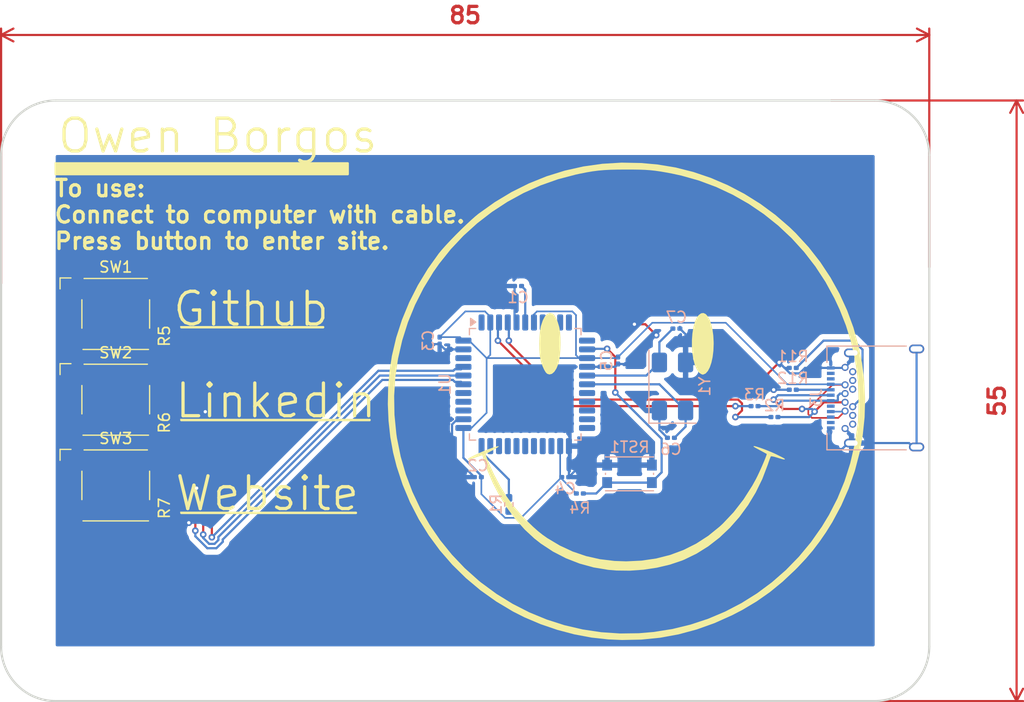
<source format=kicad_pcb>
(kicad_pcb (version 20241229) (generator "pcbnew") (generator_version "9.0")
  (layers (0 "F.Cu" signal) (2 "B.Cu" signal) (13 "F.Paste" user) (15 "B.Paste" user) (5 "F.SilkS" user "F.Silkscreen") (7 "B.SilkS" user "B.Silkscreen") (1 "F.Mask" user) (3 "B.Mask" user) (25 "Edge.Cuts" user))
  (net 0 "")
  (net 5 "Net-(J3-CC2)")
  (net 6 "Net-(J3-CC1)")
  (net 14 "Net-(R5-Pad1)")
  (net 15 "Net-(R6-Pad1)")
  (net 16 "Net-(R7-Pad1)")
  (net 17 "B1")
  (net 18 "B2")
  (net 19 "B3")
  (net 38 "PB0")
  (net 39 "PB3")
  (net 40 "PB2")
  (net 41 "PB1")
  (net 42 "Net-(U1-~{RESET})")
  (net 43 "D-")
  (net 44 "Net-(U1-D-)")
  (net 45 "Net-(U1-D+)")
  (net 46 "D+")
  (net 47 "Net-(U1-~{HWB}{slash}PE2)")
  (net 48 "Net-(U1-XTAL2)")
  (net 49 "Net-(U1-XTAL1)")
  (net 50 "+5V")
  (net 51 "Net-(U1-UCAP)")
  (net 52 "GND")
  (footprint "Resistor_SMD:R_0201_0603Metric" (layer "F.Cu") (at 46 59.5 90)
    (property "Reference" "R6" (at 0 -1.05 90) (layer "F.SilkS"))
    (property "Value" "10k")
    (pad "1" smd roundrect (at -0.32 0 90) (size 0.46 0.4) (layers "F.Cu" "F.Mask") (net 15 "Net-(R6-Pad1)"))
    (pad "2" smd roundrect (at 0.32 0 90) (size 0.46 0.4) (layers "F.Cu" "F.Mask") (net 52 "GND"))
  )
  (footprint "LOGO" (layer "F.Cu") (at 87.25 57.5)
    (property "Reference" "" (at 0 0 0) (layer "F.SilkS") (effects (font (size 1.5 1.5) (thickness 0.3))))
    (property "Value" "LOGO" (hide yes))
  )
  (footprint "Button_Switch_SMD:SW_SPST_Omron_B3FS-100xP" (layer "F.Cu") (at 40.5 49.55)
    (property "Reference" "SW1" (at 0 -4.3 0) (layer "F.SilkS"))
    (property "Value" "SW_Omron_B3FS")
    (pad "1" smd rect (at -4 -2.25 180) (size 1.6 1.4) (layers "F.Cu" "F.Mask" "F.Paste") (net 17 "B1"))
    (pad "1" smd rect (at 4 -2.25 180) (size 1.6 1.4) (layers "F.Cu" "F.Mask" "F.Paste") (net 17 "B1"))
    (pad "2" smd rect (at -4 2.25 180) (size 1.6 1.4) (layers "F.Cu" "F.Mask" "F.Paste") (net 14 "Net-(R5-Pad1)"))
    (pad "2" smd rect (at 4 2.25 180) (size 1.6 1.4) (layers "F.Cu" "F.Mask" "F.Paste") (net 14 "Net-(R5-Pad1)"))
  )
  (footprint "Resistor_SMD:R_0201_0603Metric" (layer "F.Cu") (at 46 51.57 90)
    (property "Reference" "R5" (at 0 -1.05 90) (layer "F.SilkS"))
    (property "Value" "10k")
    (pad "1" smd roundrect (at -0.32 0 90) (size 0.46 0.4) (layers "F.Cu" "F.Mask") (net 14 "Net-(R5-Pad1)"))
    (pad "2" smd roundrect (at 0.32 0 90) (size 0.46 0.4) (layers "F.Cu" "F.Mask") (net 52 "GND"))
  )
  (footprint "Resistor_SMD:R_0201_0603Metric" (layer "F.Cu") (at 46 67.345 90)
    (property "Reference" "R7" (at 0 -1.05 90) (layer "F.SilkS"))
    (property "Value" "10k")
    (pad "1" smd roundrect (at -0.32 0 90) (size 0.46 0.4) (layers "F.Cu" "F.Mask") (net 16 "Net-(R7-Pad1)"))
    (pad "2" smd roundrect (at 0.32 0 90) (size 0.46 0.4) (layers "F.Cu" "F.Mask") (net 52 "GND"))
  )
  (footprint "Button_Switch_SMD:SW_SPST_Omron_B3FS-100xP" (layer "F.Cu") (at 40.5 57.4)
    (property "Reference" "SW2" (at 0 -4.3 0) (layer "F.SilkS"))
    (property "Value" "SW_Omron_B3FS")
    (pad "1" smd rect (at -4 -2.25 180) (size 1.6 1.4) (layers "F.Cu" "F.Mask" "F.Paste") (net 18 "B2"))
    (pad "1" smd rect (at 4 -2.25 180) (size 1.6 1.4) (layers "F.Cu" "F.Mask" "F.Paste") (net 18 "B2"))
    (pad "2" smd rect (at -4 2.25 180) (size 1.6 1.4) (layers "F.Cu" "F.Mask" "F.Paste") (net 15 "Net-(R6-Pad1)"))
    (pad "2" smd rect (at 4 2.25 180) (size 1.6 1.4) (layers "F.Cu" "F.Mask" "F.Paste") (net 15 "Net-(R6-Pad1)"))
  )
  (footprint "Button_Switch_SMD:SW_SPST_Omron_B3FS-100xP" (layer "F.Cu") (at 40.5 65.25)
    (property "Reference" "SW3" (at 0 -4.3 0) (layer "F.SilkS"))
    (property "Value" "SW_Omron_B3FS")
    (pad "1" smd rect (at -4 -2.25 180) (size 1.6 1.4) (layers "F.Cu" "F.Mask" "F.Paste") (net 19 "B3"))
    (pad "1" smd rect (at 4 -2.25 180) (size 1.6 1.4) (layers "F.Cu" "F.Mask" "F.Paste") (net 19 "B3"))
    (pad "2" smd rect (at -4 2.25 180) (size 1.6 1.4) (layers "F.Cu" "F.Mask" "F.Paste") (net 16 "Net-(R7-Pad1)"))
    (pad "2" smd rect (at 4 2.25 180) (size 1.6 1.4) (layers "F.Cu" "F.Mask" "F.Paste") (net 16 "Net-(R7-Pad1)"))
  )
  (footprint "Package_QFP:TQFP-44_10x10mm_P0.8mm" (layer "B.Cu") (at 78 55.99 -90)
    (property "Reference" "U1" (at 0 7.35 90) (layer "B.SilkS") (effects (justify mirror)))
    (property "Value" "ATmega32U4-A")
    (pad "1" smd roundrect (at -5.6625 4 270) (size 1.475 0.55) (layers "B.Cu" "B.Mask" "B.Paste"))
    (pad "2" smd roundrect (at -5.6625 3.2 270) (size 1.475 0.55) (layers "B.Cu" "B.Mask" "B.Paste") (net 50 "+5V"))
    (pad "3" smd roundrect (at -5.6625 2.4 270) (size 1.475 0.55) (layers "B.Cu" "B.Mask" "B.Paste") (net 44 "Net-(U1-D-)"))
    (pad "4" smd roundrect (at -5.6625 1.6 270) (size 1.475 0.55) (layers "B.Cu" "B.Mask" "B.Paste") (net 45 "Net-(U1-D+)"))
    (pad "5" smd roundrect (at -5.6625 0.8 270) (size 1.475 0.55) (layers "B.Cu" "B.Mask" "B.Paste") (net 52 "GND"))
    (pad "6" smd roundrect (at -5.6625 0 270) (size 1.475 0.55) (layers "B.Cu" "B.Mask" "B.Paste") (net 51 "Net-(U1-UCAP)"))
    (pad "7" smd roundrect (at -5.6625 -0.8 270) (size 1.475 0.55) (layers "B.Cu" "B.Mask" "B.Paste") (net 50 "+5V"))
    (pad "8" smd roundrect (at -5.6625 -1.6 270) (size 1.475 0.55) (layers "B.Cu" "B.Mask" "B.Paste") (net 38 "PB0"))
    (pad "9" smd roundrect (at -5.6625 -2.4 270) (size 1.475 0.55) (layers "B.Cu" "B.Mask" "B.Paste") (net 41 "PB1"))
    (pad "10" smd roundrect (at -5.6625 -3.2 270) (size 1.475 0.55) (layers "B.Cu" "B.Mask" "B.Paste") (net 40 "PB2"))
    (pad "11" smd roundrect (at -5.6625 -4 270) (size 1.475 0.55) (layers "B.Cu" "B.Mask" "B.Paste") (net 39 "PB3"))
    (pad "12" smd roundrect (at -4 -5.6625 270) (size 0.55 1.475) (layers "B.Cu" "B.Mask" "B.Paste"))
    (pad "13" smd roundrect (at -3.2 -5.6625 270) (size 0.55 1.475) (layers "B.Cu" "B.Mask" "B.Paste") (net 42 "Net-(U1-~{RESET})"))
    (pad "14" smd roundrect (at -2.4 -5.6625 270) (size 0.55 1.475) (layers "B.Cu" "B.Mask" "B.Paste") (net 50 "+5V"))
    (pad "15" smd roundrect (at -1.6 -5.6625 270) (size 0.55 1.475) (layers "B.Cu" "B.Mask" "B.Paste") (net 52 "GND"))
    (pad "16" smd roundrect (at -0.8 -5.6625 270) (size 0.55 1.475) (layers "B.Cu" "B.Mask" "B.Paste") (net 48 "Net-(U1-XTAL2)"))
    (pad "17" smd roundrect (at 0 -5.6625 270) (size 0.55 1.475) (layers "B.Cu" "B.Mask" "B.Paste") (net 49 "Net-(U1-XTAL1)"))
    (pad "18" smd roundrect (at 0.8 -5.6625 270) (size 0.55 1.475) (layers "B.Cu" "B.Mask" "B.Paste"))
    (pad "19" smd roundrect (at 1.6 -5.6625 270) (size 0.55 1.475) (layers "B.Cu" "B.Mask" "B.Paste"))
    (pad "20" smd roundrect (at 2.4 -5.6625 270) (size 0.55 1.475) (layers "B.Cu" "B.Mask" "B.Paste"))
    (pad "21" smd roundrect (at 3.2 -5.6625 270) (size 0.55 1.475) (layers "B.Cu" "B.Mask" "B.Paste"))
    (pad "22" smd roundrect (at 4 -5.6625 270) (size 0.55 1.475) (layers "B.Cu" "B.Mask" "B.Paste"))
    (pad "23" smd roundrect (at 5.6625 -4 270) (size 1.475 0.55) (layers "B.Cu" "B.Mask" "B.Paste") (net 52 "GND"))
    (pad "24" smd roundrect (at 5.6625 -3.2 270) (size 1.475 0.55) (layers "B.Cu" "B.Mask" "B.Paste") (net 50 "+5V"))
    (pad "25" smd roundrect (at 5.6625 -2.4 270) (size 1.475 0.55) (layers "B.Cu" "B.Mask" "B.Paste"))
    (pad "26" smd roundrect (at 5.6625 -1.6 270) (size 1.475 0.55) (layers "B.Cu" "B.Mask" "B.Paste"))
    (pad "27" smd roundrect (at 5.6625 -0.8 270) (size 1.475 0.55) (layers "B.Cu" "B.Mask" "B.Paste"))
    (pad "28" smd roundrect (at 5.6625 0 270) (size 1.475 0.55) (layers "B.Cu" "B.Mask" "B.Paste"))
    (pad "29" smd roundrect (at 5.6625 0.8 270) (size 1.475 0.55) (layers "B.Cu" "B.Mask" "B.Paste"))
    (pad "30" smd roundrect (at 5.6625 1.6 270) (size 1.475 0.55) (layers "B.Cu" "B.Mask" "B.Paste"))
    (pad "31" smd roundrect (at 5.6625 2.4 270) (size 1.475 0.55) (layers "B.Cu" "B.Mask" "B.Paste"))
    (pad "32" smd roundrect (at 5.6625 3.2 270) (size 1.475 0.55) (layers "B.Cu" "B.Mask" "B.Paste"))
    (pad "33" smd roundrect (at 5.6625 4 270) (size 1.475 0.55) (layers "B.Cu" "B.Mask" "B.Paste") (net 47 "Net-(U1-~{HWB}{slash}PE2)"))
    (pad "34" smd roundrect (at 4 5.6625 270) (size 0.55 1.475) (layers "B.Cu" "B.Mask" "B.Paste") (net 50 "+5V"))
    (pad "35" smd roundrect (at 3.2 5.6625 270) (size 0.55 1.475) (layers "B.Cu" "B.Mask" "B.Paste") (net 52 "GND"))
    (pad "36" smd roundrect (at 2.4 5.6625 270) (size 0.55 1.475) (layers "B.Cu" "B.Mask" "B.Paste"))
    (pad "37" smd roundrect (at 1.6 5.6625 270) (size 0.55 1.475) (layers "B.Cu" "B.Mask" "B.Paste"))
    (pad "38" smd roundrect (at 0.8 5.6625 270) (size 0.55 1.475) (layers "B.Cu" "B.Mask" "B.Paste"))
    (pad "39" smd roundrect (at 0 5.6625 270) (size 0.55 1.475) (layers "B.Cu" "B.Mask" "B.Paste") (net 19 "B3"))
    (pad "40" smd roundrect (at -0.8 5.6625 270) (size 0.55 1.475) (layers "B.Cu" "B.Mask" "B.Paste") (net 18 "B2"))
    (pad "41" smd roundrect (at -1.6 5.6625 270) (size 0.55 1.475) (layers "B.Cu" "B.Mask" "B.Paste") (net 17 "B1"))
    (pad "42" smd roundrect (at -2.4 5.6625 270) (size 0.55 1.475) (layers "B.Cu" "B.Mask" "B.Paste"))
    (pad "43" smd roundrect (at -3.2 5.6625 270) (size 0.55 1.475) (layers "B.Cu" "B.Mask" "B.Paste") (net 52 "GND"))
    (pad "44" smd roundrect (at -4 5.6625 270) (size 0.55 1.475) (layers "B.Cu" "B.Mask" "B.Paste") (net 50 "+5V"))
  )
  (footprint "Capacitor_SMD:C_0201_0603Metric" (layer "B.Cu") (at 91.8425 50.89 180)
    (property "Reference" "C7" (at 0 1.05 0) (layer "B.SilkS") (effects (justify mirror)))
    (property "Value" "22pF" (hide yes))
    (pad "1" smd roundrect (at -0.32 0 180) (size 0.46 0.4) (layers "B.Cu" "B.Mask") (net 52 "GND"))
    (pad "2" smd roundrect (at 0.32 0 180) (size 0.46 0.4) (layers "B.Cu" "B.Mask") (net 48 "Net-(U1-XTAL2)"))
  )
  (footprint "Button_Switch_SMD:SW_Push_1P1T_NO_CK_KMR2" (layer "B.Cu") (at 87.55 64.19 180)
    (property "Reference" "RST1" (at 0 2.45 0) (layer "B.SilkS") (effects (justify mirror)))
    (property "Value" "SW_Push")
    (pad "1" smd rect (at -2.05 0.8 180) (size 0.9 1) (layers "B.Cu" "B.Mask" "B.Paste") (net 52 "GND"))
    (pad "1" smd rect (at 2.05 0.8 180) (size 0.9 1) (layers "B.Cu" "B.Mask" "B.Paste") (net 52 "GND"))
    (pad "2" smd rect (at -2.05 -0.8 180) (size 0.9 1) (layers "B.Cu" "B.Mask" "B.Paste") (net 42 "Net-(U1-~{RESET})"))
    (pad "2" smd rect (at 2.05 -0.8 180) (size 0.9 1) (layers "B.Cu" "B.Mask" "B.Paste") (net 42 "Net-(U1-~{RESET})"))
  )
  (footprint "Capacitor_SMD:C_0201_0603Metric" (layer "B.Cu") (at 70.1625 51.99 -90)
    (property "Reference" "C3" (at 0 1.05 90) (layer "B.SilkS") (effects (justify mirror)))
    (property "Value" "1uF")
    (pad "1" smd roundrect (at -0.32 0 270) (size 0.46 0.4) (layers "B.Cu" "B.Mask") (net 50 "+5V"))
    (pad "2" smd roundrect (at 0.32 0 270) (size 0.46 0.4) (layers "B.Cu" "B.Mask") (net 52 "GND"))
  )
  (footprint "Capacitor_SMD:C_0201_0603Metric" (layer "B.Cu") (at 77.3425 46.99)
    (property "Reference" "C1" (at 0 1.05 0) (layer "B.SilkS") (effects (justify mirror)))
    (property "Value" "1uF")
    (pad "1" smd roundrect (at -0.32 0) (size 0.46 0.4) (layers "B.Cu" "B.Mask") (net 52 "GND"))
    (pad "2" smd roundrect (at 0.32 0) (size 0.46 0.4) (layers "B.Cu" "B.Mask") (net 51 "Net-(U1-UCAP)"))
  )
  (footprint "Resistor_SMD:R_0201_0603Metric" (layer "B.Cu") (at 99 57.99 180)
    (property "Reference" "R3" (at 0 1.05 0) (layer "B.SilkS") (effects (justify mirror)))
    (property "Value" "22")
    (pad "1" smd roundrect (at -0.32 0 180) (size 0.46 0.4) (layers "B.Cu" "B.Mask") (net 43 "D-"))
    (pad "2" smd roundrect (at 0.32 0 180) (size 0.46 0.4) (layers "B.Cu" "B.Mask") (net 44 "Net-(U1-D-)"))
  )
  (footprint "Resistor_SMD:R_0201_0603Metric" (layer "B.Cu") (at 102.5 54.49 180)
    (property "Reference" "R11" (at 0 1.05 0) (layer "B.SilkS") (effects (justify mirror)))
    (property "Value" "5.1k")
    (pad "1" smd roundrect (at -0.32 0 180) (size 0.46 0.4) (layers "B.Cu" "B.Mask") (net 5 "Net-(J3-CC2)"))
    (pad "2" smd roundrect (at 0.32 0 180) (size 0.46 0.4) (layers "B.Cu" "B.Mask") (net 52 "GND"))
  )
  (footprint "Connector_USB:USB_C_Receptacle_Amphenol_12401548E4-2A" (layer "B.Cu") (at 111 57.24 -90)
    (property "Reference" "J3" (at 0 6.36 90) (layer "B.SilkS") (effects (justify mirror)))
    (property "Value" "USB_C_Receptacle")
    (pad "" np_thru_hole circle (at -3.6 4.36 270) (size 0.65 0.65) (drill 0.65) (layers "*.Cu" "*.Mask"))
    (pad "" np_thru_hole oval (at 3.6 4.36 270) (size 0.95 0.65) (drill oval 0.95 0.65) (layers "*.Cu" "*.Mask"))
    (pad "A1" smd rect (at -2.75 5.02 270) (size 0.3 0.7) (layers "B.Cu" "B.Mask" "B.Paste") (net 52 "GND"))
    (pad "A2" smd rect (at -2.25 5.02 270) (size 0.3 0.7) (layers "B.Cu" "B.Mask" "B.Paste"))
    (pad "A3" smd rect (at -1.75 5.02 270) (size 0.3 0.7) (layers "B.Cu" "B.Mask" "B.Paste"))
    (pad "A4" smd rect (at -1.25 5.02 270) (size 0.3 0.7) (layers "B.Cu" "B.Mask" "B.Paste") (net 50 "+5V"))
    (pad "A5" smd rect (at -0.75 5.02 270) (size 0.3 0.7) (layers "B.Cu" "B.Mask" "B.Paste") (net 6 "Net-(J3-CC1)"))
    (pad "A6" smd rect (at -0.25 5.02 270) (size 0.3 0.7) (layers "B.Cu" "B.Mask" "B.Paste") (net 46 "D+"))
    (pad "A7" smd rect (at 0.25 5.02 270) (size 0.3 0.7) (layers "B.Cu" "B.Mask" "B.Paste") (net 43 "D-"))
    (pad "A8" smd rect (at 0.75 5.02 270) (size 0.3 0.7) (layers "B.Cu" "B.Mask" "B.Paste"))
    (pad "A9" smd rect (at 1.25 5.02 270) (size 0.3 0.7) (layers "B.Cu" "B.Mask" "B.Paste") (net 50 "+5V"))
    (pad "A10" smd rect (at 1.75 5.02 270) (size 0.3 0.7) (layers "B.Cu" "B.Mask" "B.Paste"))
    (pad "A11" smd rect (at 2.25 5.02 270) (size 0.3 0.7) (layers "B.Cu" "B.Mask" "B.Paste"))
    (pad "A12" smd rect (at 2.75 5.02 270) (size 0.3 0.7) (layers "B.Cu" "B.Mask" "B.Paste") (net 52 "GND"))
    (pad "B1" thru_hole circle (at 2.8 3.71 270) (size 0.65 0.65) (drill 0.4) (property pad_prop_heatsink) (layers "*.Cu" "*.Mask") (net 52 "GND"))
    (pad "B2" thru_hole circle (at 2.4 3.01 270) (size 0.65 0.65) (drill 0.4) (property pad_prop_heatsink) (layers "*.Cu" "*.Mask"))
    (pad "B3" thru_hole circle (at 1.6 3.01 270) (size 0.65 0.65) (drill 0.4) (property pad_prop_heatsink) (layers "*.Cu" "*.Mask"))
    (pad "B4" thru_hole circle (at 1.2 3.71 270) (size 0.65 0.65) (drill 0.4) (property pad_prop_heatsink) (layers "*.Cu" "*.Mask") (net 50 "+5V"))
    (pad "B5" thru_hole circle (at 0.8 3.01 270) (size 0.65 0.65) (drill 0.4) (property pad_prop_heatsink) (layers "*.Cu" "*.Mask") (net 5 "Net-(J3-CC2)"))
    (pad "B6" thru_hole circle (at 0.4 3.71 270) (size 0.65 0.65) (drill 0.4) (property pad_prop_heatsink) (layers "*.Cu" "*.Mask") (net 46 "D+"))
    (pad "B7" thru_hole circle (at -0.4 3.71 270) (size 0.65 0.65) (drill 0.4) (property pad_prop_heatsink) (layers "*.Cu" "*.Mask") (net 43 "D-"))
    (pad "B8" thru_hole circle (at -0.8 3.01 270) (size 0.65 0.65) (drill 0.4) (property pad_prop_heatsink) (layers "*.Cu" "*.Mask"))
    (pad "B9" thru_hole circle (at -1.2 3.71 270) (size 0.65 0.65) (drill 0.4) (property pad_prop_heatsink) (layers "*.Cu" "*.Mask") (net 50 "+5V"))
    (pad "B10" thru_hole circle (at -1.6 3.01 270) (size 0.65 0.65) (drill 0.4) (property pad_prop_heatsink) (layers "*.Cu" "*.Mask"))
    (pad "B11" thru_hole circle (at -2.4 3.01 270) (size 0.65 0.65) (drill 0.4) (property pad_prop_heatsink) (layers "*.Cu" "*.Mask"))
    (pad "B12" thru_hole circle (at -2.8 3.71 270) (size 0.65 0.65) (drill 0.4) (property pad_prop_heatsink) (layers "*.Cu" "*.Mask") (net 52 "GND"))
    (pad "S1" thru_hole oval (at -4.49 -2.84 270) (size 0.8 1.4) (drill oval 0.5 1.1) (property pad_prop_heatsink) (layers "*.Cu" "*.Mask") (net 52 "GND"))
    (pad "S1" thru_hole oval (at -4.13 3.11 270) (size 0.8 1.4) (drill oval 0.5 1.1) (property pad_prop_heatsink) (layers "*.Cu" "*.Mask") (net 52 "GND"))
    (pad "S1" thru_hole oval (at 4.13 3.11 270) (size 0.8 1.4) (drill oval 0.5 1.1) (property pad_prop_heatsink) (layers "*.Cu" "*.Mask") (net 52 "GND"))
    (pad "S1" thru_hole oval (at 4.49 -2.84 270) (size 0.8 1.4) (drill oval 0.5 1.1) (property pad_prop_heatsink) (layers "*.Cu" "*.Mask") (net 52 "GND"))
  )
  (footprint "Crystal:Crystal_SMD_0603-4Pin_6.0x3.5mm" (layer "B.Cu") (at 91.4875 56.19 90)
    (property "Reference" "Y1" (at 0 2.95 90) (layer "B.SilkS") (effects (justify mirror)))
    (property "Value" "Crystal_GND24_Small" (hide yes))
    (pad "1" smd roundrect (at -2.2 -1.2 90) (size 1.8 1.4) (layers "B.Cu" "B.Mask" "B.Paste") (roundrect_rratio 0.178571) (net 52 "GND"))
    (pad "2" smd roundrect (at 2.2 -1.2 90) (size 1.8 1.4) (layers "B.Cu" "B.Mask" "B.Paste") (roundrect_rratio 0.178571) (net 48 "Net-(U1-XTAL2)"))
    (pad "3" smd roundrect (at 2.2 1.2 90) (size 1.8 1.4) (layers "B.Cu" "B.Mask" "B.Paste") (roundrect_rratio 0.178571) (net 52 "GND"))
    (pad "4" smd roundrect (at -2.2 1.2 90) (size 1.8 1.4) (layers "B.Cu" "B.Mask" "B.Paste") (roundrect_rratio 0.178571) (net 49 "Net-(U1-XTAL1)"))
  )
  (footprint "Capacitor_SMD:C_0201_0603Metric" (layer "B.Cu") (at 91.3425 60.89)
    (property "Reference" "C6" (at 0 1.05 0) (layer "B.SilkS") (effects (justify mirror)))
    (property "Value" "22pF" (hide yes))
    (pad "1" smd roundrect (at -0.32 0) (size 0.46 0.4) (layers "B.Cu" "B.Mask") (net 52 "GND"))
    (pad "2" smd roundrect (at 0.32 0) (size 0.46 0.4) (layers "B.Cu" "B.Mask") (net 49 "Net-(U1-XTAL1)"))
  )
  (footprint "Capacitor_SMD:C_0201_0603Metric" (layer "B.Cu") (at 81.6625 64.49)
    (property "Reference" "C4" (at 0 1.05 0) (layer "B.SilkS") (effects (justify mirror)))
    (property "Value" "1uF")
    (pad "1" smd roundrect (at -0.32 0) (size 0.46 0.4) (layers "B.Cu" "B.Mask") (net 50 "+5V"))
    (pad "2" smd roundrect (at 0.32 0) (size 0.46 0.4) (layers "B.Cu" "B.Mask") (net 52 "GND"))
  )
  (footprint "Resistor_SMD:R_0201_0603Metric" (layer "B.Cu") (at 102.5 56.49 180)
    (property "Reference" "R12" (at 0 1.05 0) (layer "B.SilkS") (effects (justify mirror)))
    (property "Value" "5.1k")
    (pad "1" smd roundrect (at -0.32 0 180) (size 0.46 0.4) (layers "B.Cu" "B.Mask") (net 6 "Net-(J3-CC1)"))
    (pad "2" smd roundrect (at 0.32 0 180) (size 0.46 0.4) (layers "B.Cu" "B.Mask") (net 52 "GND"))
  )
  (footprint "Resistor_SMD:R_0201_0603Metric" (layer "B.Cu") (at 83 65.99)
    (property "Reference" "R4" (at 0 1.3375 0) (layer "B.SilkS") (effects (justify mirror)))
    (property "Value" "10k")
    (pad "1" smd roundrect (at -0.32 0) (size 0.46 0.4) (layers "B.Cu" "B.Mask") (net 50 "+5V"))
    (pad "2" smd roundrect (at 0.32 0) (size 0.46 0.4) (layers "B.Cu" "B.Mask") (net 42 "Net-(U1-~{RESET})"))
  )
  (footprint "Capacitor_SMD:C_0201_0603Metric" (layer "B.Cu") (at 73.6625 64.49 180)
    (property "Reference" "C2" (at 0 1.05 0) (layer "B.SilkS") (effects (justify mirror)))
    (property "Value" "1uF")
    (pad "1" smd roundrect (at -0.32 0 180) (size 0.46 0.4) (layers "B.Cu" "B.Mask") (net 50 "+5V"))
    (pad "2" smd roundrect (at 0.32 0 180) (size 0.46 0.4) (layers "B.Cu" "B.Mask") (net 52 "GND"))
  )
  (footprint "Resistor_SMD:R_0201_0603Metric" (layer "B.Cu") (at 100.82 58.99 180)
    (property "Reference" "R2" (at 0 1.05 0) (layer "B.SilkS") (effects (justify mirror)))
    (property "Value" "22")
    (pad "1" smd roundrect (at -0.32 0 180) (size 0.46 0.4) (layers "B.Cu" "B.Mask") (net 46 "D+"))
    (pad "2" smd roundrect (at 0.32 0 180) (size 0.46 0.4) (layers "B.Cu" "B.Mask") (net 45 "Net-(U1-D+)"))
  )
  (footprint "Capacitor_SMD:C_0201_0603Metric" (layer "B.Cu") (at 86.5 53.81 -90)
    (property "Reference" "C5" (at 0 1.05 90) (layer "B.SilkS") (effects (justify mirror)))
    (property "Value" "10uF")
    (pad "1" smd roundrect (at -0.32 0 270) (size 0.46 0.4) (layers "B.Cu" "B.Mask") (net 50 "+5V"))
    (pad "2" smd roundrect (at 0.32 0 270) (size 0.46 0.4) (layers "B.Cu" "B.Mask") (net 52 "GND"))
  )
  (footprint "Resistor_SMD:R_0402_1005Metric_Pad0.72x0.64mm_HandSolder" (layer "B.Cu") (at 76.5 66.99 -90)
    (property "Reference" "R1" (at 0 1.17 90) (layer "B.SilkS") (effects (justify mirror)))
    (property "Value" "10k")
    (pad "1" smd roundrect (at -0.5975 0 270) (size 0.715 0.64) (layers "B.Cu" "B.Mask" "B.Paste") (net 47 "Net-(U1-~{HWB}{slash}PE2)"))
    (pad "2" smd roundrect (at 0.5975 0 270) (size 0.715 0.64) (layers "B.Cu" "B.Mask" "B.Paste") (net 52 "GND"))
  )
  (gr_rect (start 35 35.75) (end 61.75 36.75) (stroke (width 0.2)) (fill yes) (layer "F.SilkS"))
  (gr_rect (start 46.5 67.75) (end 62.5 67.7754) (stroke (width 0.2)) (fill yes) (layer "F.SilkS"))
  (gr_rect (start 46.5 50.75) (end 59.5 50.7754) (stroke (width 0.2)) (fill yes) (layer "F.SilkS"))
  (gr_rect (start 46.5 59.25) (end 63.75 59.2754) (stroke (width 0.2)) (fill yes) (layer "F.SilkS"))
  (gr_arc (start 30 35) (mid 31.464466 31.464466) (end 35 30) (stroke (width 0.2)) (layer "Edge.Cuts"))
  (gr_arc (start 115 80) (mid 113.535534 83.535534) (end 110 85) (stroke (width 0.2)) (layer "Edge.Cuts"))
  (gr_arc (start 114 32) (mid 114 32) (end 114 32) (stroke (width 0.05)) (layer "Edge.Cuts"))
  (gr_line (start 110 85) (end 35 85) (stroke (width 0.2)) (layer "Edge.Cuts"))
  (gr_line (start 110 30) (end 35 30) (stroke (width 0.2)) (layer "Edge.Cuts"))
  (gr_arc (start 35 85) (mid 31.464466 83.535534) (end 30 80) (stroke (width 0.2)) (layer "Edge.Cuts"))
  (gr_line (start 30 35) (end 30 80) (stroke (width 0.2)) (layer "Edge.Cuts"))
  (gr_arc (start 110 30) (mid 113.535534 31.464466) (end 115 35) (stroke (width 0.2)) (layer "Edge.Cuts"))
  (gr_line (start 115 35) (end 115 80) (stroke (width 0.2)) (layer "Edge.Cuts"))
  (gr_text "Owen Borgos" (at 35 35 0) (layer "F.SilkS") (effects (font (size 3 3) (thickness 0.3) (bold yes)) (justify left bottom)))
  (gr_text "Github" (at 45.55 50.85 0) (layer "F.SilkS") (effects (font (size 3 3) (thickness 0.3) (bold yes)) (justify left bottom)))
  (gr_text "To use:\nConnect to computer with cable.\nPress button to enter site." (at 34.75 43.75 0) (layer "F.SilkS") (effects (font (size 1.5 1.5) (thickness 0.3) (bold yes)) (justify left bottom)))
  (gr_text "Website\n" (at 45.75 67.75 0) (layer "F.SilkS") (effects (font (size 3 3) (thickness 0.3) (bold yes)) (justify left bottom)))
  (gr_text "Linkedin\n" (at 45.75 59.25 0) (layer "F.SilkS") (effects (font (size 3 3) (thickness 0.3) (bold yes)) (justify left bottom)))
  (dimension (type orthogonal) (layer "F.Cu") (pts (xy 115 45.75) (xy 30 47.25)) (height -21.75) (orientation 0) (format (prefix "") (suffix "") (units 3) (units_format 0) (precision 4) (suppress_zeroes yes)) (style (thickness 0.2) (arrow_length 1.27) (text_position_mode 0) (arrow_direction outward) (extension_height 0.58642) (extension_offset 0.5) (keep_text_aligned yes)) (gr_text "85" (at 72.5 22.2 0) (layer "F.Cu") (effects (font (size 1.5 1.5) (thickness 0.3)))))
  (dimension (type orthogonal) (layer "F.Cu") (pts (xy 105.5 30) (xy 106 85)) (height 17.5) (orientation 1) (format (prefix "") (suffix "") (units 3) (units_format 0) (precision 4) (suppress_zeroes yes)) (style (thickness 0.2) (arrow_length 1.27) (text_position_mode 0) (arrow_direction outward) (extension_height 0.58642) (extension_offset 0.5) (keep_text_aligned yes)) (gr_text "55" (at 121.2 57.5 90) (layer "F.Cu") (effects (font (size 1.5 1.5) (thickness 0.3)))))
  (segment (start 108.891 57.139) (end 108.891 52.819636) (width 0.2) (layer "B.Cu") (net 5))
  (segment (start 108.061364 51.99) (end 105.32 51.99) (width 0.2) (layer "B.Cu") (net 5))
  (segment (start 105.32 51.99) (end 102.82 54.49) (width 0.2) (layer "B.Cu") (net 5))
  (segment (start 108.891 52.819636) (end 108.061364 51.99) (width 0.2) (layer "B.Cu") (net 5))
  (segment (start 107.99 58.04) (end 108.891 57.139) (width 0.2) (layer "B.Cu") (net 5))
  (segment (start 102.82 56.49) (end 105.98 56.49) (width 0.2) (layer "B.Cu") (net 6))
  (segment (start 36.5 51.8) (end 44.5 51.8) (width 0.2) (layer "F.Cu") (net 14))
  (segment (start 36.5 59.65) (end 44.5 59.65) (width 0.2) (layer "F.Cu") (net 15))
  (segment (start 36.5 67.5) (end 44.5 67.5) (width 0.2) (layer "F.Cu") (net 16))
  (segment (start 44.5 47.3) (end 49.300003 52.100003) (width 0.2) (layer "F.Cu") (net 17))
  (segment (start 49.300003 52.100003) (end 49.300003 70) (width 0.2) (layer "F.Cu") (net 17))
  (segment (start 36.5 47.3) (end 44.5 47.3) (width 0.2) (layer "F.Cu") (net 17))
  (via (at 49.300003 70) (size 0.6) (drill 0.3) (layers "F.Cu" "B.Cu") (net 17))
  (segment (start 71.416056 54.75) (end 71.552056 54.614) (width 0.2) (layer "B.Cu") (net 17))
  (segment (start 71.552056 54.614) (end 72.1135 54.614) (width 0.2) (layer "B.Cu") (net 17))
  (segment (start 72.1135 54.614) (end 72.3375 54.39) (width 0.2) (layer "B.Cu") (net 17))
  (segment (start 49.300003 70) (end 64.550003 54.75) (width 0.2) (layer "B.Cu") (net 17))
  (segment (start 64.550003 54.75) (end 71.416056 54.75) (width 0.2) (layer "B.Cu") (net 17))
  (segment (start 48.508949 59.158949) (end 48.508949 69.747017) (width 0.2) (layer "F.Cu") (net 18))
  (segment (start 44.5 55.15) (end 36.5 55.15) (width 0.2) (layer "F.Cu") (net 18))
  (segment (start 44.5 55.15) (end 48.508949 59.158949) (width 0.2) (layer "F.Cu") (net 18))
  (via (at 48.508949 69.747017) (size 0.6) (drill 0.3) (layers "F.Cu" "B.Cu") (net 18))
  (segment (start 49.901003 69.9661) (end 64.677103 55.19) (width 0.2) (layer "B.Cu") (net 18))
  (segment (start 64.677103 55.19) (end 72.3375 55.19) (width 0.2) (layer "B.Cu") (net 18))
  (segment (start 49.901003 70.248943) (end 49.901003 69.9661) (width 0.2) (layer "B.Cu") (net 18))
  (segment (start 48.508949 69.747017) (end 48.508949 70.058889) (width 0.2) (layer "B.Cu") (net 18))
  (segment (start 49.548946 70.601) (end 49.901003 70.248943) (width 0.2) (layer "B.Cu") (net 18))
  (segment (start 48.508949 70.058889) (end 49.05106 70.601) (width 0.2) (layer "B.Cu") (net 18))
  (segment (start 49.05106 70.601) (end 49.548946 70.601) (width 0.2) (layer "B.Cu") (net 18))
  (segment (start 47.789236 69.397706) (end 47.789236 66.289236) (width 0.2) (layer "F.Cu") (net 19))
  (segment (start 36.5 63) (end 44.5 63) (width 0.2) (layer "F.Cu") (net 19))
  (segment (start 47.789236 66.289236) (end 44.5 63) (width 0.2) (layer "F.Cu") (net 19))
  (via (at 47.789236 69.397706) (size 0.6) (drill 0.3) (layers "F.Cu" "B.Cu") (net 19))
  (segment (start 64.909 55.591) (end 71.377056 55.591) (width 0.2) (layer "B.Cu") (net 19))
  (segment (start 47.789236 69.906276) (end 48.88496 71.002) (width 0.2) (layer "B.Cu") (net 19))
  (segment (start 71.552056 55.766) (end 72.1135 55.766) (width 0.2) (layer "B.Cu") (net 19))
  (segment (start 48.88496 71.002) (end 49.715046 71.002) (width 0.2) (layer "B.Cu") (net 19))
  (segment (start 50.302003 70.197997) (end 64.909 55.591) (width 0.2) (layer "B.Cu") (net 19))
  (segment (start 71.377056 55.591) (end 71.552056 55.766) (width 0.2) (layer "B.Cu") (net 19))
  (segment (start 49.715046 71.002) (end 50.302003 70.415043) (width 0.2) (layer "B.Cu") (net 19))
  (segment (start 72.1135 55.766) (end 72.3375 55.99) (width 0.2) (layer "B.Cu") (net 19))
  (segment (start 47.789236 69.397706) (end 47.789236 69.906276) (width 0.2) (layer "B.Cu") (net 19))
  (segment (start 50.302003 70.415043) (end 50.302003 70.197997) (width 0.2) (layer "B.Cu") (net 19))
  (segment (start 86.25 56.74) (end 86.25 53.49) (width 0.2) (layer "F.Cu") (net 42))
  (segment (start 86.25 53.49) (end 85.5 52.74) (width 0.2) (layer "F.Cu") (net 42))
  (via (at 85.5 52.74) (size 0.6) (drill 0.3) (layers "F.Cu" "B.Cu") (net 42))
  (via (at 86.25 56.74) (size 0.6) (drill 0.3) (layers "F.Cu" "B.Cu") (net 42))
  (segment (start 83.32 65.99) (end 84.5 65.99) (width 0.2) (layer "B.Cu") (net 42))
  (segment (start 85.5 64.99) (end 89.552 64.99) (width 0.2) (layer "B.Cu") (net 42))
  (segment (start 84.5 65.99) (end 85.5 64.99) (width 0.2) (layer "B.Cu") (net 42))
  (segment (start 85.5 52.74) (end 83.7125 52.74) (width 0.2) (layer "B.Cu") (net 42))
  (segment (start 90.4915 60.9815) (end 86.25 56.74) (width 0.2) (layer "B.Cu") (net 42))
  (segment (start 85.5 64.99) (end 89.6 64.99) (width 0.2) (layer "B.Cu") (net 42))
  (segment (start 83.7125 52.74) (end 83.6625 52.79) (width 0.2) (layer "B.Cu") (net 42))
  (segment (start 89.552 64.99) (end 90.4915 64.0505) (width 0.2) (layer "B.Cu") (net 42))
  (segment (start 90.4915 64.0505) (end 90.4915 60.9815) (width 0.2) (layer "B.Cu") (net 42))
  (segment (start 84.399999 52.79) (end 83.6625 52.79) (width 0.2) (layer "B.Cu") (net 42))
  (segment (start 106.631 57.039381) (end 106.631 57.441) (width 0.2) (layer "B.Cu") (net 43))
  (segment (start 101 57.99) (end 99.32 57.99) (width 0.2) (layer "B.Cu") (net 43))
  (segment (start 105.98 57.49) (end 101.5 57.49) (width 0.2) (layer "B.Cu") (net 43))
  (segment (start 106.582 57.49) (end 105.98 57.49) (width 0.2) (layer "B.Cu") (net 43))
  (segment (start 106.830381 56.84) (end 106.631 57.039381) (width 0.2) (layer "B.Cu") (net 43))
  (segment (start 101.5 57.49) (end 101 57.99) (width 0.2) (layer "B.Cu") (net 43))
  (segment (start 107.29 56.84) (end 106.830381 56.84) (width 0.2) (layer "B.Cu") (net 43))
  (segment (start 106.631 57.441) (end 106.582 57.49) (width 0.2) (layer "B.Cu") (net 43))
  (segment (start 81.5 57.99) (end 75.5 51.99) (width 0.2) (layer "F.Cu") (net 44))
  (segment (start 97.25 57.99) (end 81.5 57.99) (width 0.2) (layer "F.Cu") (net 44))
  (via (at 97.25 57.99) (size 0.6) (drill 0.3) (layers "F.Cu" "B.Cu") (net 44))
  (via (at 75.5 51.99) (size 0.6) (drill 0.3) (layers "F.Cu" "B.Cu") (net 44))
  (segment (start 98.68 57.99) (end 97.25 57.99) (width 0.2) (layer "B.Cu") (net 44))
  (segment (start 75.5 50.4275) (end 75.6 50.3275) (width 0.2) (layer "B.Cu") (net 44))
  (segment (start 75.5 51.99) (end 75.5 50.4275) (width 0.2) (layer "B.Cu") (net 44))
  (segment (start 97.498943 57.389) (end 81.851 57.389) (width 0.2) (layer "F.Cu") (net 45))
  (segment (start 97.25 58.99) (end 97.851 58.389) (width 0.2) (layer "F.Cu") (net 45))
  (segment (start 81.75 57.49) (end 76.5 52.24) (width 0.2) (layer "F.Cu") (net 45))
  (segment (start 81.851 57.389) (end 81.75 57.49) (width 0.2) (layer "F.Cu") (net 45))
  (segment (start 97.851 57.741057) (end 97.498943 57.389) (width 0.2) (layer "F.Cu") (net 45))
  (segment (start 97.851 58.389) (end 97.851 57.741057) (width 0.2) (layer "F.Cu") (net 45))
  (segment (start 76.5 52.24) (end 76.5 51.99) (width 0.2) (layer "F.Cu") (net 45))
  (via (at 97.25 58.99) (size 0.6) (drill 0.3) (layers "F.Cu" "B.Cu") (net 45))
  (via (at 76.5 51.99) (size 0.6) (drill 0.3) (layers "F.Cu" "B.Cu") (net 45))
  (segment (start 100.5 58.99) (end 97.25 58.99) (width 0.2) (layer "B.Cu") (net 45))
  (segment (start 76.5 50.4275) (end 76.4 50.3275) (width 0.2) (layer "B.Cu") (net 45))
  (segment (start 76.5 51.99) (end 76.5 50.4275) (width 0.2) (layer "B.Cu") (net 45))
  (segment (start 105.35 57.64) (end 107.29 57.64) (width 0.2) (layer "F.Cu") (net 46))
  (segment (start 101.609497 58.249497) (end 103.349003 58.249497) (width 0.2) (layer "F.Cu") (net 46))
  (segment (start 100.75 57.39) (end 101.609497 58.249497) (width 0.2) (layer "F.Cu") (net 46))
  (segment (start 104.5 58.49) (end 105.35 57.64) (width 0.2) (layer "F.Cu") (net 46))
  (via (at 100.75 57.39) (size 0.6) (drill 0.3) (layers "F.Cu" "B.Cu") (net 46))
  (via (at 103.349003 58.249497) (size 0.6) (drill 0.3) (layers "F.Cu" "B.Cu") (net 46))
  (via (at 104.5 58.49) (size 0.6) (drill 0.3) (layers "F.Cu" "B.Cu") (net 46))
  (segment (start 101.14 58.99) (end 104 58.99) (width 0.2) (layer "B.Cu") (net 46))
  (segment (start 104.259497 58.249497) (end 104.5 58.49) (width 0.2) (layer "B.Cu") (net 46))
  (segment (start 103.349003 58.249497) (end 104.259497 58.249497) (width 0.2) (layer "B.Cu") (net 46))
  (segment (start 104 58.99) (end 104.5 58.49) (width 0.2) (layer "B.Cu") (net 46))
  (segment (start 105.98 56.99) (end 101.15 56.99) (width 0.2) (layer "B.Cu") (net 46))
  (segment (start 101.15 56.99) (end 100.75 57.39) (width 0.2) (layer "B.Cu") (net 46))
  (segment (start 74 61.6525) (end 74 62.213944) (width 0.2) (layer "B.Cu") (net 47))
  (segment (start 76.5 64.713944) (end 76.5 66.3925) (width 0.2) (layer "B.Cu") (net 47))
  (segment (start 74 62.213944) (end 76.5 64.713944) (width 0.2) (layer "B.Cu") (net 47))
  (segment (start 90.2875 52.125) (end 91.5225 50.89) (width 0.2) (layer "B.Cu") (net 48))
  (segment (start 90.2875 53.99) (end 90.2875 52.125) (width 0.2) (layer "B.Cu") (net 48))
  (segment (start 89.0875 55.19) (end 83.6625 55.19) (width 0.2) (layer "B.Cu") (net 48))
  (segment (start 90.2875 53.99) (end 89.0875 55.19) (width 0.2) (layer "B.Cu") (net 48))
  (segment (start 92.6875 59.865) (end 91.6625 60.89) (width 0.2) (layer "B.Cu") (net 49))
  (segment (start 90.2875 55.99) (end 83.6625 55.99) (width 0.2) (layer "B.Cu") (net 49))
  (segment (start 92.6875 58.39) (end 92.6875 59.865) (width 0.2) (layer "B.Cu") (net 49))
  (segment (start 92.6875 58.39) (end 90.2875 55.99) (width 0.2) (layer "B.Cu") (net 49))
  (segment (start 106.135412 56.04) (end 103.924 58.251412) (width 0.15) (layer "F.Cu") (net 50))
  (segment (start 103.924 58.251412) (end 103.924 58.728588) (width 0.15) (layer "F.Cu") (net 50))
  (segment (start 106.664 59.066) (end 107.29 58.44) (width 0.15) (layer "F.Cu") (net 50))
  (segment (start 107.29 56.04) (end 106.135412 56.04) (width 0.15) (layer "F.Cu") (net 50))
  (segment (start 104.261412 59.066) (end 106.664 59.066) (width 0.15) (layer "F.Cu") (net 50))
  (segment (start 103.924 58.728588) (end 104.261412 59.066) (width 0.15) (layer "F.Cu") (net 50))
  (segment (start 82.649 53.313999) (end 82.925001 53.59) (width 0.15) (layer "B.Cu") (net 50))
  (segment (start 105.98 55.99) (end 102 55.99) (width 0.15) (layer "B.Cu") (net 50))
  (segment (start 86.4 53.59) (end 86.5 53.49) (width 0.15) (layer "B.Cu") (net 50))
  (segment (start 107.24 58.49) (end 107.29 58.44) (width 0.15) (layer "B.Cu") (net 50))
  (segment (start 74.8 50.3275) (end 74.8 49.801412) (width 0.15) (layer "B.Cu") (net 50))
  (segment (start 73.9825 64.365484) (end 73.9825 64.49) (width 0.15) (layer "B.Cu") (net 50))
  (segment (start 78.8 50.3275) (end 78.8 49.590001) (width 0.15) (layer "B.Cu") (net 50))
  (segment (start 82.649 49.650412) (end 82.649 53.313999) (width 0.15) (layer "B.Cu") (net 50))
  (segment (start 73.9825 64.49) (end 73.9825 66.048532) (width 0.15) (layer "B.Cu") (net 50))
  (segment (start 77.6115 68.221) (end 81.3425 64.49) (width 0.15) (layer "B.Cu") (net 50))
  (segment (start 72.3375 51.99) (end 72.0175 51.67) (width 0.15) (layer "B.Cu") (net 50))
  (segment (start 81.3425 64.49) (end 81.3425 64.6525) (width 0.15) (layer "B.Cu") (net 50))
  (segment (start 72.3375 59.99) (end 72.3375 62.720484) (width 0.2) (layer "B.Cu") (net 50))
  (segment (start 81.2 61.6525) (end 81.2 64.3475) (width 0.15) (layer "B.Cu") (net 50))
  (segment (start 72.863588 51.99) (end 72.3375 51.99) (width 0.15) (layer "B.Cu") (net 50))
  (segment (start 107.24 55.99) (end 107.29 56.04) (width 0.15) (layer "B.Cu") (net 50))
  (segment (start 83.6625 53.59) (end 74.5 53.59) (width 0.15) (layer "B.Cu") (net 50))
  (segment (start 81.2 64.3475) (end 81.3425 64.49) (width 0.15) (layer "B.Cu") (net 50))
  (segment (start 96.36413 50.35413) (end 89.63587 50.35413) (width 0.15) (layer "B.Cu") (net 50))
  (segment (start 82.312588 49.314) (end 82.649 49.650412) (width 0.15) (layer "B.Cu") (net 50))
  (segment (start 73.074999 59.99) (end 74.463588 58.601411) (width 0.15) (layer "B.Cu") (net 50))
  (segment (start 74.8 53.29) (end 74.8 50.3275) (width 0.15) (layer "B.Cu") (net 50))
  (segment (start 78.8 49.590001) (end 79.076001 49.314) (width 0.15) (layer "B.Cu") (net 50))
  (segment (start 102 55.99) (end 96.36413 50.35413) (width 0.15) (layer "B.Cu") (net 50))
  (segment (start 81.3425 64.6525) (end 82.68 65.99) (width 0.15) (layer "B.Cu") (net 50))
  (segment (start 83.6625 53.59) (end 86.4 53.59) (width 0.15) (layer "B.Cu") (net 50))
  (segment (start 73.9825 66.048532) (end 76.154968 68.221) (width 0.15) (layer "B.Cu") (net 50))
  (segment (start 74.312588 49.314) (end 72.5185 49.314) (width 0.15) (layer "B.Cu") (net 50))
  (segment (start 82.925001 53.59) (end 83.6625 53.59) (width 0.15) (layer "B.Cu") (net 50))
  (segment (start 74.5 53.59) (end 74.8 53.29) (width 0.15) (layer "B.Cu") (net 50))
  (segment (start 74.5 53.59) (end 74.463588 53.59) (width 0.15) (layer "B.Cu") (net 50))
  (segment (start 72.3375 62.720484) (end 73.9825 64.365484) (width 0.2) (layer "B.Cu") (net 50))
  (segment (start 72.3375 59.99) (end 73.074999 59.99) (width 0.15) (layer "B.Cu") (net 50))
  (segment (start 105.98 58.49) (end 107.24 58.49) (width 0.15) (layer "B.Cu") (net 50))
  (segment (start 72.1575 59.81) (end 72.3375 59.99) (width 0.15) (layer "B.Cu") (net 50))
  (segment (start 72.5185 49.314) (end 70.1625 51.67) (width 0.15) (layer "B.Cu") (net 50))
  (segment (start 105.98 55.99) (end 107.24 55.99) (width 0.15) (layer "B.Cu") (net 50))
  (segment (start 74.8 49.801412) (end 74.312588 49.314) (width 0.15) (layer "B.Cu") (net 50))
  (segment (start 72.0175 51.67) (end 70.1625 51.67) (width 0.15) (layer "B.Cu") (net 50))
  (segment (start 89.63587 50.35413) (end 86.5 53.49) (width 0.15) (layer "B.Cu") (net 50))
  (segment (start 76.154968 68.221) (end 77.6115 68.221) (width 0.15) (layer "B.Cu") (net 50))
  (segment (start 79.076001 49.314) (end 82.312588 49.314) (width 0.15) (layer "B.Cu") (net 50))
  (segment (start 74.463588 53.59) (end 72.863588 51.99) (width 0.15) (layer "B.Cu") (net 50))
  (segment (start 74.463588 58.601411) (end 74.463588 53.59) (width 0.15) (layer "B.Cu") (net 50))
  (segment (start 78 47.3275) (end 78 50.3275) (width 0.2) (layer "B.Cu") (net 51))
  (segment (start 77.6625 46.99) (end 78 47.3275) (width 0.2) (layer "B.Cu") (net 51))
  (segment (start 46 67.025) (end 46.275 67.025) (width 0.2) (layer "F.Cu") (net 52))
  (segment (start 100.75 55.99) (end 100.75 56.49) (width 0.2) (layer "F.Cu") (net 52))
  (segment (start 89 50.49) (end 88 50.49) (width 0.2) (layer "F.Cu") (net 52))
  (segment (start 47.908949 60.88895) (end 47.908949 65.5) (width 0.2) (layer "F.Cu") (net 52))
  (segment (start 101.25 53.99) (end 100.25 54.99) (width 0.2) (layer "F.Cu") (net 52))
  (segment (start 46.275 67.025) (end 47.189236 67.939236) (width 0.2) (layer "F.Cu") (net 52))
  (segment (start 47.189236 67.939236) (end 47.189236 68.667228) (width 0.2) (layer "F.Cu") (net 52))
  (segment (start 46 51.25) (end 46.199999 51.25) (width 0.2) (layer "F.Cu") (net 52))
  (segment (start 90 51.49) (end 89 50.49) (width 0.2) (layer "F.Cu") (net 52))
  (segment (start 46.199999 51.25) (end 48.700003 53.750004) (width 0.2) (layer "F.Cu") (net 52))
  (segment (start 46 59.18) (end 46.199999 59.18) (width 0.2) (layer "F.Cu") (net 52))
  (segment (start 100.25 54.99) (end 100.25 55.49) (width 0.2) (layer "F.Cu") (net 52))
  (segment (start 48.700003 53.750004) (end 48.700003 58.501476) (width 0.2) (layer "F.Cu") (net 52))
  (segment (start 46.199999 59.18) (end 47.908949 60.88895) (width 0.2) (layer "F.Cu") (net 52))
  (segment (start 100.25 55.49) (end 100.75 55.99) (width 0.2) (layer "F.Cu") (net 52))
  (via (at 101.25 53.99) (size 0.6) (drill 0.3) (layers "F.Cu" "B.Cu") (net 52))
  (via (at 90 51.49) (size 0.6) (drill 0.3) (layers "F.Cu" "B.Cu") (net 52))
  (via (at 48.700003 58.501476) (size 0.6) (drill 0.3) (layers "F.Cu" "B.Cu") (net 52))
  (via (at 47.908949 65.5) (size 0.6) (drill 0.3) (layers "F.Cu" "B.Cu") (net 52))
  (via (at 47.189236 68.667228) (size 0.6) (drill 0.3) (layers "F.Cu" "B.Cu") (net 52))
  (via (at 88 50.49) (size 0.6) (drill 0.3) (layers "F.Cu" "B.Cu") (net 52))
  (via (at 100.75 56.49) (size 0.6) (drill 0.3) (layers "F.Cu" "B.Cu") (net 52))
  (segment (start 72.3375 59.19) (end 71.776056 59.19) (width 0.2) (layer "B.Cu") (net 52))
  (segment (start 77.0225 50.15) (end 77.2 50.3275) (width 0.2) (layer "B.Cu") (net 52))
  (segment (start 92.6875 51.415) (end 92.1625 50.89) (width 0.2) (layer "B.Cu") (net 52))
  (segment (start 86.24 54.39) (end 86.5 54.13) (width 0.2) (layer "B.Cu") (net 52))
  (segment (start 72.3375 52.79) (end 70.6425 52.79) (width 0.2) (layer "B.Cu") (net 52))
  (segment (start 48.332772 68.667228) (end 51.5 65.5) (width 0.2) (layer "B.Cu") (net 52))
  (segment (start 107.29 54.44) (end 107.89 53.84) (width 0.2) (layer "B.Cu") (net 52))
  (segment (start 107.75 61.189562) (end 107.75 60.49) (width 0.2) (layer "B.Cu") (net 52))
  (segment (start 83.6625 54.39) (end 86.24 54.39) (width 0.2) (layer "B.Cu") (net 52))
  (segment (start 113.84 61.73) (end 113.51 61.73) (width 0.2) (layer "B.Cu") (net 52))
  (segment (start 107.89 53.84) (end 107.89 53.11) (width 0.2) (layer "B.Cu") (net 52))
  (segment (start 86.5 54.13) (end 87.36 54.13) (width 0.2) (layer "B.Cu") (net 52))
  (segment (start 48.700003 58.501476) (end 57.748524 58.501476) (width 0.2) (layer "B.Cu") (net 52))
  (segment (start 105.98 54.49) (end 103.61987 54.49) (width 0.2) (layer "B.Cu") (net 52))
  (segment (start 57.748524 58.501476) (end 63.75 52.5) (width 0.2) (layer "B.Cu") (net 52))
  (segment (start 90.2875 58.39) (end 90.2875 60.155) (width 0.2) (layer "B.Cu") (net 52))
  (segment (start 71.776056 59.19) (end 71.299 59.667056) (width 0.2) (layer "B.Cu") (net 52))
  (segment (start 103.11887 54.991) (end 102.251 54.991) (width 0.2) (layer "B.Cu") (net 52))
  (segment (start 77.0225 46.99) (end 77.0225 50.15) (width 0.2) (layer "B.Cu") (net 52))
  (segment (start 101.75 54.49) (end 101.25 53.99) (width 0.2) (layer "B.Cu") (net 52))
  (segment (start 107.749562 60.49) (end 107.294781 60.035219) (width 0.2) (layer "B.Cu") (net 52))
  (segment (start 72.3175 59.17) (end 72.3375 59.19) (width 0.2) (layer "B.Cu") (net 52))
  (segment (start 88 50.49) (end 87.5 50.99) (width 0.2) (layer "B.Cu") (net 52))
  (segment (start 70.1625 52.31) (end 64.69 52.31) (width 0.2) (layer "B.Cu") (net 52))
  (segment (start 82 61.6525) (end 82 64.4725) (width 0.2) (layer "B.Cu") (net 52))
  (segment (start 105.98 59.99) (end 105.714 60.256) (width 0.2) (layer "B.Cu") (net 52))
  (segment (start 102.251 54.991) (end 101.25 53.99) (width 0.2) (layer "B.Cu") (net 52))
  (segment (start 113.51 61.73) (end 113.15 61.37) (width 0.2) (layer "B.Cu") (net 52))
  (segment (start 85.5 63.39) (end 83.0825 63.39) (width 0.2) (layer "B.Cu") (net 52))
  (segment (start 105.98 54.49) (end 107.24 54.49) (width 0.2) (layer "B.Cu") (net 52))
  (segment (start 103.61987 54.49) (end 103.11887 54.991) (width 0.2) (layer "B.Cu") (net 52))
  (segment (start 105.714 60.256) (end 105.714 61.373562) (width 0.2) (layer "B.Cu") (net 52))
  (segment (start 92.6875 53.99) (end 92.6875 51.415) (width 0.2) (layer "B.Cu") (net 52))
  (segment (start 64.69 52.31) (end 51.5 65.5) (width 0.2) (layer "B.Cu") (net 52))
  (segment (start 89.6 63.39) (end 85.5 63.39) (width 0.2) (layer "B.Cu") (net 52))
  (segment (start 106.256438 61.916) (end 107.023562 61.916) (width 0.2) (layer "B.Cu") (net 52))
  (segment (start 71.299 62.4465) (end 73.3425 64.49) (width 0.2) (layer "B.Cu") (net 52))
  (segment (start 47.189236 68.667228) (end 48.332772 68.667228) (width 0.2) (layer "B.Cu") (net 52))
  (segment (start 87.36 54.13) (end 90 51.49) (width 0.2) (layer "B.Cu") (net 52))
  (segment (start 64.5 52.5) (end 64.69 52.31) (width 0.2) (layer "B.Cu") (net 52))
  (segment (start 107.75 60.49) (end 107.749562 60.49) (width 0.2) (layer "B.Cu") (net 52))
  (segment (start 105.714 61.373562) (end 106.256438 61.916) (width 0.2) (layer "B.Cu") (net 52))
  (segment (start 83.0825 63.39) (end 81.9825 64.49) (width 0.2) (layer "B.Cu") (net 52))
  (segment (start 71.299 59.667056) (end 71.299 62.4465) (width 0.2) (layer "B.Cu") (net 52))
  (segment (start 100.75 56.49) (end 102.18 56.49) (width 0.2) (layer "B.Cu") (net 52))
  (segment (start 63.75 52.5) (end 64.5 52.5) (width 0.2) (layer "B.Cu") (net 52))
  (segment (start 92.1625 50.89) (end 92.1625 50.73013) (width 0.2) (layer "B.Cu") (net 52))
  (segment (start 90.2875 60.155) (end 91.0225 60.89) (width 0.2) (layer "B.Cu") (net 52))
  (segment (start 113.15 61.37) (end 107.89 61.37) (width 0.2) (layer "B.Cu") (net 52))
  (segment (start 82 64.4725) (end 81.9825 64.49) (width 0.2) (layer "B.Cu") (net 52))
  (segment (start 47.908949 65.5) (end 51.5 65.5) (width 0.2) (layer "B.Cu") (net 52))
  (segment (start 113.84 52.75) (end 113.84 61.73) (width 0.2) (layer "B.Cu") (net 52))
  (segment (start 70.6425 52.79) (end 70.1625 52.31) (width 0.2) (layer "B.Cu") (net 52))
  (segment (start 107.24 54.49) (end 107.29 54.44) (width 0.2) (layer "B.Cu") (net 52))
  (segment (start 107.023562 61.916) (end 107.75 61.189562) (width 0.2) (layer "B.Cu") (net 52))
  (segment (start 102.18 54.49) (end 101.75 54.49) (width 0.2) (layer "B.Cu") (net 52))
  (zone (net 52) (net_name "GND") (layer "B.Cu") (name "GND") (connect_pads (clearance 0.5)) (min_thickness 0.25) (fill yes (thermal_gap 0.5) (thermal_bridge_width 0.5))
    (polygon (pts (xy 35 79.99) (xy 110 79.99) (xy 110 34.99) (xy 35 34.99)))
  )
)
</source>
